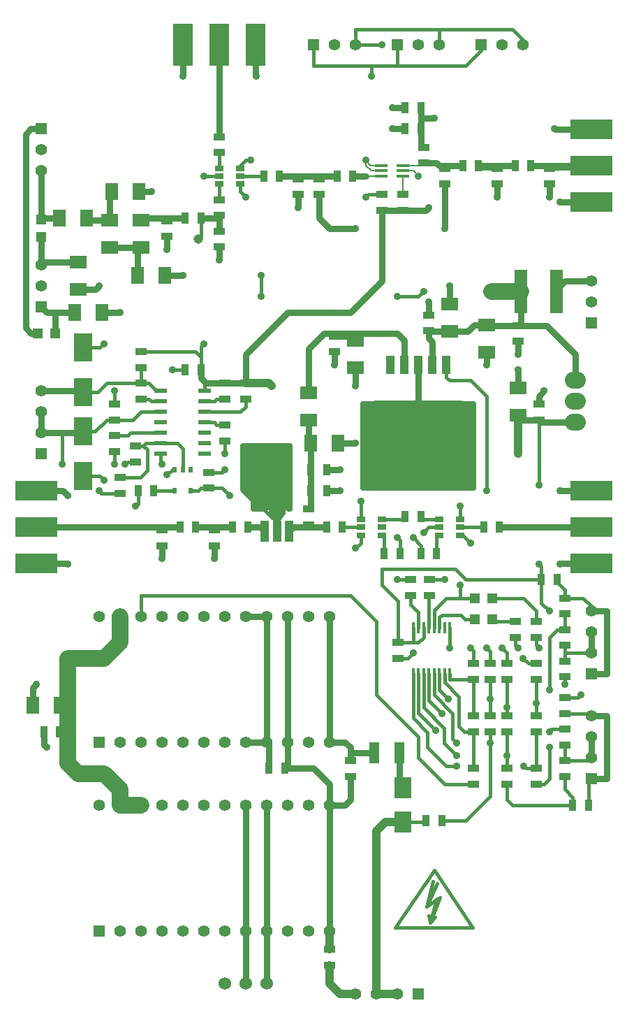
<source format=gtl>
%FSLAX34Y34*%
G04 Gerber Fmt 3.4, Leading zero omitted, Abs format*
G04 (created by PCBNEW (2014-03-19 BZR 4756)-product) date Thu May 22 10:07:56 2014*
%MOIN*%
G01*
G70*
G90*
G04 APERTURE LIST*
%ADD10C,0.005906*%
%ADD11C,0.015000*%
%ADD12R,0.035000X0.055000*%
%ADD13R,0.080000X0.060000*%
%ADD14R,0.055000X0.035000*%
%ADD15R,0.060000X0.080000*%
%ADD16R,0.047200X0.047200*%
%ADD17R,0.090600X0.137800*%
%ADD18R,0.200787X0.094488*%
%ADD19R,0.094488X0.200787*%
%ADD20R,0.055000X0.055000*%
%ADD21C,0.055000*%
%ADD22C,0.045000*%
%ADD23R,0.050000X0.100000*%
%ADD24C,0.060000*%
%ADD25R,0.042000X0.090000*%
%ADD26R,0.420000X0.350000*%
%ADD27R,0.039400X0.098500*%
%ADD28R,0.078700X0.157500*%
%ADD29R,0.039400X0.027600*%
%ADD30R,0.059100X0.015700*%
%ADD31R,0.015748X0.055118*%
%ADD32R,0.020000X0.030000*%
%ADD33R,0.059055X0.023622*%
%ADD34R,0.059100X0.208700*%
%ADD35R,0.079900X0.104400*%
%ADD36O,0.100000X0.080000*%
%ADD37C,0.035000*%
%ADD38C,0.031496*%
%ADD39C,0.015748*%
%ADD40C,0.078740*%
%ADD41C,0.007874*%
%ADD42C,0.039370*%
%ADD43C,0.019685*%
G04 APERTURE END LIST*
G54D10*
G54D11*
X32804Y-55866D02*
X33276Y-54646D01*
X33276Y-54646D02*
X33040Y-54803D01*
X32646Y-55079D02*
X33158Y-53976D01*
X32804Y-55866D02*
X33040Y-55591D01*
X32961Y-53898D02*
X32646Y-55079D01*
X32646Y-55079D02*
X33118Y-54764D01*
X33118Y-54764D02*
X32804Y-55866D01*
X32804Y-55866D02*
X32764Y-55512D01*
X33000Y-53350D02*
X34850Y-56100D01*
X34850Y-56100D02*
X31150Y-56100D01*
X31150Y-56100D02*
X33000Y-53350D01*
G54D12*
X23375Y-37000D03*
X24125Y-37000D03*
G54D13*
X35500Y-27350D03*
X35500Y-28650D03*
G54D14*
X32750Y-27625D03*
X32750Y-26875D03*
G54D13*
X33750Y-27650D03*
X33750Y-26350D03*
G54D14*
X37000Y-27375D03*
X37000Y-28125D03*
G54D12*
X27875Y-37000D03*
X28625Y-37000D03*
G54D13*
X29250Y-28100D03*
X29250Y-29400D03*
G54D15*
X27100Y-33000D03*
X28400Y-33000D03*
G54D14*
X22750Y-19125D03*
X22750Y-18375D03*
X22750Y-22125D03*
X22750Y-21375D03*
X28250Y-27875D03*
X28250Y-28625D03*
G54D12*
X27125Y-34250D03*
X27875Y-34250D03*
X27125Y-35250D03*
X27875Y-35250D03*
X15125Y-46750D03*
X14375Y-46750D03*
X31625Y-36500D03*
X32375Y-36500D03*
G54D15*
X15150Y-45500D03*
X13850Y-45500D03*
G54D12*
X24875Y-20250D03*
X25625Y-20250D03*
G54D14*
X26500Y-21125D03*
X26500Y-20375D03*
X29000Y-48125D03*
X29000Y-48875D03*
X28000Y-57125D03*
X28000Y-57875D03*
G54D12*
X35375Y-37000D03*
X36125Y-37000D03*
G54D14*
X30500Y-21875D03*
X30500Y-21125D03*
G54D12*
X31625Y-17000D03*
X32375Y-17000D03*
X31625Y-18000D03*
X32375Y-18000D03*
X34375Y-19750D03*
X35125Y-19750D03*
G54D14*
X31275Y-42500D03*
X31275Y-43250D03*
X31875Y-40250D03*
X31875Y-39500D03*
X17750Y-32625D03*
X17750Y-33375D03*
X19000Y-30125D03*
X19000Y-30875D03*
X22250Y-34375D03*
X22250Y-35125D03*
G54D12*
X21125Y-29500D03*
X21875Y-29500D03*
G54D14*
X24000Y-30875D03*
X24000Y-30125D03*
G54D16*
X14087Y-27750D03*
X14913Y-27750D03*
X14250Y-22337D03*
X14250Y-23163D03*
X35788Y-41375D03*
X34962Y-41375D03*
X35788Y-40375D03*
X34962Y-40375D03*
G54D17*
X16250Y-28437D03*
X16250Y-30563D03*
X16250Y-34563D03*
X16250Y-32437D03*
G54D18*
X14000Y-37000D03*
X14000Y-35267D03*
X14000Y-38732D03*
G54D19*
X22750Y-14000D03*
X24482Y-14000D03*
X21017Y-14000D03*
G54D18*
X40500Y-37000D03*
X40500Y-35267D03*
X40500Y-38732D03*
X40500Y-19750D03*
X40500Y-18017D03*
X40500Y-21482D03*
G54D20*
X14250Y-18000D03*
G54D21*
X14250Y-19000D03*
X14250Y-20000D03*
G54D20*
X40500Y-27250D03*
G54D21*
X40500Y-26250D03*
X40500Y-25250D03*
G54D20*
X14250Y-26500D03*
G54D21*
X14250Y-25500D03*
X14250Y-24500D03*
G54D14*
X27000Y-36125D03*
X27000Y-36875D03*
G54D12*
X29125Y-20250D03*
X28375Y-20250D03*
G54D14*
X32500Y-18875D03*
X32500Y-19625D03*
G54D22*
X21750Y-23250D03*
G54D20*
X40500Y-44000D03*
G54D21*
X40500Y-43000D03*
X40500Y-42000D03*
X40500Y-41000D03*
G54D20*
X40500Y-49000D03*
G54D21*
X40500Y-48000D03*
X40500Y-47000D03*
X40500Y-46000D03*
G54D20*
X14250Y-33500D03*
G54D21*
X14250Y-32500D03*
X14250Y-31500D03*
X14250Y-30500D03*
G54D14*
X20000Y-37875D03*
X20000Y-37125D03*
G54D12*
X20875Y-37000D03*
X21625Y-37000D03*
G54D14*
X22500Y-37875D03*
X22500Y-37125D03*
G54D15*
X15100Y-22250D03*
X16400Y-22250D03*
X17600Y-21000D03*
X18900Y-21000D03*
X15850Y-26750D03*
X17150Y-26750D03*
G54D13*
X17500Y-23650D03*
X17500Y-22350D03*
X16000Y-24350D03*
X16000Y-25650D03*
G54D14*
X20250Y-23125D03*
X20250Y-22375D03*
G54D13*
X27000Y-30600D03*
X27000Y-31900D03*
G54D12*
X21125Y-22250D03*
X21875Y-22250D03*
G54D14*
X22750Y-23625D03*
X22750Y-22875D03*
G54D12*
X31375Y-38250D03*
X30625Y-38250D03*
X32375Y-38250D03*
X33125Y-38250D03*
G54D14*
X27500Y-20375D03*
X27500Y-21125D03*
G54D12*
X25125Y-48500D03*
X25875Y-48500D03*
G54D23*
X30150Y-47750D03*
X31350Y-47750D03*
G54D14*
X31500Y-21875D03*
X31500Y-21125D03*
X33500Y-19875D03*
X33500Y-20625D03*
X36000Y-20625D03*
X36000Y-19875D03*
G54D12*
X38875Y-39500D03*
X38125Y-39500D03*
G54D14*
X39250Y-44125D03*
X39250Y-43375D03*
X39250Y-45875D03*
X39250Y-45125D03*
X39250Y-46625D03*
X39250Y-47375D03*
G54D12*
X37625Y-19750D03*
X36875Y-19750D03*
G54D14*
X39250Y-40375D03*
X39250Y-41125D03*
X39250Y-42625D03*
X39250Y-41875D03*
G54D12*
X40375Y-50250D03*
X39625Y-50250D03*
G54D14*
X39250Y-48125D03*
X39250Y-48875D03*
X38500Y-20625D03*
X38500Y-19875D03*
X37875Y-48500D03*
X37875Y-49250D03*
X37875Y-46000D03*
X37875Y-46750D03*
X37875Y-43500D03*
X37875Y-44250D03*
X36475Y-48500D03*
X36475Y-49250D03*
X36475Y-46000D03*
X36475Y-46750D03*
X36475Y-43500D03*
X36475Y-44250D03*
G54D12*
X33375Y-51000D03*
X32625Y-51000D03*
G54D14*
X35675Y-46000D03*
X35675Y-46750D03*
X35675Y-43500D03*
X35675Y-44250D03*
X34875Y-48500D03*
X34875Y-49250D03*
X34875Y-46000D03*
X34875Y-46750D03*
X34875Y-43500D03*
X34875Y-44250D03*
X32775Y-40250D03*
X32775Y-39500D03*
X36875Y-42250D03*
X36875Y-41500D03*
X37875Y-42250D03*
X37875Y-41500D03*
X19000Y-29375D03*
X19000Y-28625D03*
X17750Y-31125D03*
X17750Y-31875D03*
G54D12*
X19625Y-35250D03*
X18875Y-35250D03*
G54D14*
X18750Y-33125D03*
X18750Y-33875D03*
X23000Y-30875D03*
X23000Y-30125D03*
X23000Y-32875D03*
X23000Y-32125D03*
G54D24*
X24000Y-58750D03*
X25000Y-58750D03*
X23000Y-58750D03*
G54D25*
X33590Y-29250D03*
G54D26*
X32250Y-32700D03*
G54D25*
X32250Y-29250D03*
X32920Y-29250D03*
X31580Y-29250D03*
X30910Y-29250D03*
G54D27*
X24909Y-37176D03*
X25500Y-37176D03*
X26091Y-37176D03*
G54D28*
X25500Y-35620D03*
G54D10*
G36*
X25894Y-36397D02*
X25697Y-36692D01*
X25303Y-36692D01*
X25106Y-36397D01*
X25894Y-36397D01*
X25894Y-36397D01*
G37*
G54D29*
X29500Y-37375D03*
X29500Y-37000D03*
X29500Y-36625D03*
X30500Y-36625D03*
X30500Y-37000D03*
X30500Y-37375D03*
X23750Y-19875D03*
X23750Y-20250D03*
X23750Y-20625D03*
X22750Y-20625D03*
X22750Y-20250D03*
X22750Y-19875D03*
X34250Y-36625D03*
X34250Y-37000D03*
X34250Y-37375D03*
X33250Y-37375D03*
X33250Y-37000D03*
X33250Y-36625D03*
G54D20*
X17000Y-47250D03*
G54D21*
X18000Y-47250D03*
X19000Y-47250D03*
X20000Y-47250D03*
X21000Y-47250D03*
X22000Y-47250D03*
X23000Y-47250D03*
X24000Y-47250D03*
X25000Y-47250D03*
X26000Y-47250D03*
X27000Y-47250D03*
X28000Y-47250D03*
X28000Y-41250D03*
X27000Y-41250D03*
X26000Y-41250D03*
X25000Y-41250D03*
X24000Y-41250D03*
X23000Y-41250D03*
X22000Y-41250D03*
X21000Y-41250D03*
X20000Y-41250D03*
X19000Y-41250D03*
X18000Y-41250D03*
X17000Y-41250D03*
G54D20*
X17000Y-56250D03*
G54D21*
X18000Y-56250D03*
X19000Y-56250D03*
X20000Y-56250D03*
X21000Y-56250D03*
X22000Y-56250D03*
X23000Y-56250D03*
X24000Y-56250D03*
X25000Y-56250D03*
X26000Y-56250D03*
X27000Y-56250D03*
X28000Y-56250D03*
X28000Y-50250D03*
X27000Y-50250D03*
X26000Y-50250D03*
X25000Y-50250D03*
X24000Y-50250D03*
X23000Y-50250D03*
X22000Y-50250D03*
X21000Y-50250D03*
X20000Y-50250D03*
X19000Y-50250D03*
X18000Y-50250D03*
X17000Y-50250D03*
G54D30*
X30476Y-19744D03*
X30476Y-20000D03*
X30476Y-20256D03*
X31524Y-20256D03*
X31524Y-20000D03*
X31524Y-19744D03*
G54D31*
X32750Y-43977D03*
X33000Y-43977D03*
X33250Y-43977D03*
X33500Y-43977D03*
X32000Y-41772D03*
X32000Y-43977D03*
X32250Y-43977D03*
X32500Y-43977D03*
X33750Y-41772D03*
X33500Y-41772D03*
X33250Y-41772D03*
X33000Y-41772D03*
X32750Y-41772D03*
X32500Y-41772D03*
X33750Y-43977D03*
X32250Y-41772D03*
G54D32*
X21375Y-34250D03*
X20625Y-34250D03*
X21375Y-35250D03*
X21000Y-34250D03*
X20625Y-35250D03*
G54D33*
X19937Y-30500D03*
X19937Y-31000D03*
X19937Y-31500D03*
X19937Y-32000D03*
X19937Y-32500D03*
X19937Y-33000D03*
X19937Y-33500D03*
X22062Y-33500D03*
X22062Y-33000D03*
X22062Y-32500D03*
X22062Y-32000D03*
X22062Y-31500D03*
X22062Y-31000D03*
X22062Y-30500D03*
G54D15*
X20150Y-25000D03*
X18850Y-25000D03*
G54D13*
X19000Y-22350D03*
X19000Y-23650D03*
G54D34*
X38850Y-25750D03*
X37150Y-25750D03*
G54D35*
X31500Y-49429D03*
X31500Y-51071D03*
G54D20*
X32250Y-59250D03*
G54D21*
X31250Y-59250D03*
X30250Y-59250D03*
X29250Y-59250D03*
G54D20*
X27250Y-14000D03*
G54D21*
X28250Y-14000D03*
X29250Y-14000D03*
G54D20*
X31250Y-14000D03*
G54D21*
X32250Y-14000D03*
X33250Y-14000D03*
G54D20*
X35250Y-14000D03*
G54D21*
X36250Y-14000D03*
X37250Y-14000D03*
G54D14*
X18000Y-35375D03*
X18000Y-34625D03*
G54D13*
X37000Y-31650D03*
X37000Y-30350D03*
G54D14*
X38000Y-31875D03*
X38000Y-31125D03*
G54D36*
X39750Y-31000D03*
X39750Y-32000D03*
X39750Y-30000D03*
G54D37*
X35750Y-25750D03*
X28500Y-35250D03*
X28500Y-34250D03*
X22500Y-38500D03*
X38500Y-21250D03*
X36000Y-21250D03*
X31250Y-31750D03*
X31250Y-31250D03*
X30750Y-31250D03*
X30750Y-31750D03*
X30750Y-32250D03*
X31250Y-32250D03*
X31250Y-32750D03*
X30750Y-32750D03*
X33750Y-32750D03*
X33250Y-32750D03*
X33250Y-32250D03*
X33750Y-32250D03*
X33750Y-31750D03*
X33250Y-31750D03*
X33250Y-31250D03*
X33750Y-31250D03*
X34250Y-31250D03*
X34750Y-31250D03*
X34750Y-31750D03*
X34750Y-32250D03*
X34750Y-32750D03*
X34750Y-33250D03*
X34750Y-33750D03*
X29750Y-33750D03*
X29750Y-33250D03*
X29750Y-32750D03*
X29750Y-32250D03*
X29750Y-31750D03*
X29750Y-31250D03*
X34250Y-31750D03*
X34250Y-32250D03*
X34250Y-32750D03*
X34250Y-33250D03*
X34250Y-33750D03*
X30250Y-33750D03*
X30250Y-33250D03*
X30250Y-32750D03*
X30250Y-32250D03*
X30250Y-31750D03*
X30250Y-31250D03*
X23000Y-34250D03*
X25500Y-34750D03*
X25000Y-34750D03*
X24500Y-34750D03*
X24000Y-34750D03*
X24000Y-35250D03*
X24500Y-35250D03*
X25000Y-35250D03*
X25500Y-35250D03*
X26000Y-35250D03*
X26000Y-35750D03*
X25000Y-35750D03*
X24500Y-35750D03*
X24000Y-33250D03*
X24500Y-33250D03*
X25000Y-33250D03*
X25500Y-33250D03*
X26000Y-33250D03*
X26000Y-33750D03*
X25500Y-33750D03*
X25000Y-33750D03*
X24500Y-33750D03*
X24000Y-33750D03*
X24000Y-34250D03*
X24500Y-34250D03*
X25000Y-34250D03*
X25500Y-34250D03*
X26000Y-34250D03*
X26000Y-34750D03*
X25500Y-36545D03*
X25500Y-36000D03*
X35500Y-29250D03*
X37000Y-28750D03*
X37000Y-29500D03*
X38250Y-30500D03*
X22000Y-20250D03*
X15500Y-38750D03*
X15500Y-35500D03*
X21000Y-25000D03*
X21000Y-15500D03*
X24500Y-15500D03*
X39000Y-21500D03*
X38750Y-18000D03*
X31250Y-39500D03*
X33500Y-39500D03*
X32000Y-43000D03*
X33750Y-42750D03*
X37250Y-43250D03*
X38000Y-42750D03*
X37000Y-42750D03*
X36250Y-42750D03*
X35500Y-42750D03*
X34750Y-42750D03*
X29750Y-19500D03*
X32250Y-20250D03*
X17250Y-34750D03*
X17250Y-28250D03*
X17750Y-30500D03*
X17750Y-34000D03*
X20250Y-34500D03*
X20000Y-34000D03*
X20500Y-29500D03*
X23000Y-33500D03*
X18000Y-26750D03*
X19500Y-21000D03*
X20250Y-23750D03*
X22750Y-24250D03*
X17000Y-25500D03*
X26500Y-21750D03*
X29750Y-21250D03*
X31000Y-17000D03*
X31000Y-18000D03*
X14500Y-47500D03*
X14000Y-44500D03*
X33750Y-25500D03*
X32750Y-26250D03*
X29250Y-30250D03*
X28250Y-29250D03*
X32000Y-37500D03*
X31250Y-37500D03*
X32500Y-37250D03*
X20000Y-38500D03*
X29250Y-33000D03*
X38500Y-46750D03*
X39250Y-44500D03*
X39000Y-35250D03*
X39000Y-38750D03*
X38500Y-41000D03*
X40000Y-45000D03*
X32750Y-21750D03*
X33000Y-17500D03*
X23250Y-35500D03*
X22000Y-28250D03*
X38000Y-38750D03*
X38000Y-35000D03*
X37000Y-33500D03*
X25250Y-30250D03*
X35500Y-35250D03*
X34250Y-39750D03*
X15250Y-34000D03*
X17000Y-35250D03*
X29250Y-22750D03*
X33500Y-22750D03*
X38500Y-47500D03*
X38500Y-44750D03*
X37275Y-48375D03*
X34075Y-48375D03*
X37875Y-45375D03*
X33075Y-46675D03*
X36475Y-47875D03*
X34075Y-47875D03*
X36475Y-45575D03*
X33375Y-45875D03*
X35675Y-47275D03*
X34075Y-47275D03*
X35675Y-45175D03*
X33675Y-45175D03*
X34750Y-37750D03*
X30500Y-14000D03*
X18750Y-36000D03*
X31250Y-26000D03*
X32500Y-25750D03*
X24750Y-26000D03*
X24750Y-25000D03*
X24250Y-19500D03*
X29250Y-38000D03*
X30000Y-15500D03*
X34250Y-36000D03*
X18250Y-34000D03*
X24000Y-21250D03*
X29500Y-35750D03*
G54D38*
X21625Y-37000D02*
X23375Y-37000D01*
G54D39*
X23375Y-37000D02*
X22625Y-37000D01*
X22625Y-37000D02*
X22500Y-37125D01*
X21625Y-37000D02*
X22375Y-37000D01*
X22375Y-37000D02*
X22500Y-37125D01*
G54D38*
X24125Y-37000D02*
X24733Y-37000D01*
X24733Y-37000D02*
X24909Y-37176D01*
G54D40*
X35750Y-25750D02*
X37150Y-25750D01*
G54D41*
X15150Y-45500D02*
X15500Y-45500D01*
X15500Y-45500D02*
X15500Y-43250D01*
X15500Y-43250D02*
X17250Y-43250D01*
X17250Y-43250D02*
X18000Y-42500D01*
X18000Y-42500D02*
X18000Y-41250D01*
X18000Y-41250D02*
X18250Y-41250D01*
X18250Y-41250D02*
X18000Y-41250D01*
G54D38*
X39750Y-30000D02*
X39750Y-28750D01*
X38375Y-27375D02*
X37000Y-27375D01*
X39750Y-28750D02*
X38375Y-27375D01*
G54D39*
X15125Y-46750D02*
X15500Y-46750D01*
X15150Y-45500D02*
X15250Y-45500D01*
X15250Y-45500D02*
X15500Y-45750D01*
X15750Y-45500D02*
X15500Y-45500D01*
X15500Y-45750D02*
X15750Y-45500D01*
G54D40*
X18000Y-50250D02*
X18000Y-49500D01*
X18000Y-42500D02*
X17250Y-43250D01*
X15500Y-45500D02*
X15500Y-43250D01*
X18000Y-42500D02*
X18000Y-41250D01*
X17250Y-43250D02*
X15500Y-43250D01*
X15500Y-48250D02*
X15500Y-46750D01*
X15500Y-46750D02*
X15500Y-45500D01*
X16000Y-48750D02*
X15500Y-48250D01*
X17250Y-48750D02*
X16000Y-48750D01*
X18000Y-49500D02*
X17250Y-48750D01*
X18000Y-50250D02*
X19000Y-50250D01*
G54D38*
X33750Y-27650D02*
X32775Y-27650D01*
X32775Y-27650D02*
X32750Y-27625D01*
X32750Y-27625D02*
X32750Y-28000D01*
X32920Y-28170D02*
X32920Y-29250D01*
X32750Y-28000D02*
X32920Y-28170D01*
X34600Y-27650D02*
X34900Y-27350D01*
X34900Y-27350D02*
X35500Y-27350D01*
X33750Y-27650D02*
X34600Y-27650D01*
X37150Y-27225D02*
X37000Y-27375D01*
X37150Y-25750D02*
X37150Y-27225D01*
X35525Y-27375D02*
X35500Y-27350D01*
X37000Y-27375D02*
X35525Y-27375D01*
G54D39*
X33500Y-49250D02*
X32250Y-48000D01*
X34875Y-49250D02*
X33500Y-49250D01*
X19000Y-40250D02*
X19000Y-41250D01*
X29000Y-40250D02*
X19000Y-40250D01*
X30250Y-41500D02*
X29000Y-40250D01*
X30250Y-45000D02*
X30250Y-41500D01*
X32250Y-47000D02*
X30250Y-45000D01*
X32250Y-48000D02*
X32250Y-47000D01*
G54D38*
X27875Y-35250D02*
X28500Y-35250D01*
X27875Y-34250D02*
X28500Y-34250D01*
X22500Y-37875D02*
X22500Y-38500D01*
X38500Y-20625D02*
X38500Y-21250D01*
X36000Y-20625D02*
X36000Y-21250D01*
G54D41*
X30750Y-31250D02*
X31250Y-31250D01*
X31250Y-31750D02*
X30750Y-31750D01*
X30750Y-32250D02*
X31250Y-32250D01*
X31250Y-32750D02*
X30750Y-32750D01*
X33750Y-32750D02*
X33250Y-32750D01*
X33250Y-32250D02*
X33750Y-32250D01*
X33750Y-31750D02*
X33250Y-31750D01*
X33250Y-31250D02*
X33750Y-31250D01*
X34250Y-31250D02*
X34250Y-31750D01*
X34750Y-31750D02*
X34750Y-31250D01*
X34750Y-32750D02*
X34750Y-32250D01*
X34750Y-33750D02*
X34750Y-33250D01*
X29750Y-33250D02*
X29750Y-33750D01*
X29750Y-32250D02*
X29750Y-32750D01*
X29750Y-31250D02*
X29750Y-31750D01*
X34250Y-32250D02*
X34250Y-32750D01*
X34250Y-33250D02*
X34250Y-33750D01*
X30250Y-33750D02*
X30250Y-33250D01*
X30250Y-32750D02*
X30250Y-32250D01*
X30250Y-31750D02*
X30250Y-31250D01*
G54D39*
X25500Y-37176D02*
X25500Y-34750D01*
X25500Y-37176D02*
X25500Y-35620D01*
X22875Y-34375D02*
X23000Y-34250D01*
X22250Y-34375D02*
X22875Y-34375D01*
X24500Y-35750D02*
X25295Y-36545D01*
X25000Y-34750D02*
X24500Y-34750D01*
X24000Y-34750D02*
X24000Y-35250D01*
X24500Y-35250D02*
X25000Y-35250D01*
X25500Y-35250D02*
X26000Y-35250D01*
X26000Y-35750D02*
X25000Y-35750D01*
X26000Y-34750D02*
X25500Y-34750D01*
X24500Y-33250D02*
X25000Y-33250D01*
X25500Y-33250D02*
X26000Y-33250D01*
X26000Y-33750D02*
X25500Y-33750D01*
X25000Y-33750D02*
X24500Y-33750D01*
X24000Y-33750D02*
X24000Y-34250D01*
X24500Y-34250D02*
X25000Y-34250D01*
X25500Y-34250D02*
X26000Y-34250D01*
X25295Y-36545D02*
X25500Y-36545D01*
X25500Y-36000D02*
X25500Y-35620D01*
G54D38*
X35500Y-28650D02*
X35500Y-29250D01*
X37000Y-28125D02*
X37000Y-28750D01*
X37000Y-30350D02*
X37000Y-29500D01*
X38000Y-31125D02*
X38000Y-30750D01*
X38000Y-30750D02*
X38250Y-30500D01*
G54D39*
X22750Y-20250D02*
X22000Y-20250D01*
G54D38*
X14000Y-38732D02*
X15482Y-38732D01*
X15482Y-38732D02*
X15500Y-38750D01*
X14000Y-35267D02*
X15267Y-35267D01*
X15267Y-35267D02*
X15500Y-35500D01*
X20150Y-25000D02*
X21000Y-25000D01*
X21017Y-14000D02*
X21017Y-15482D01*
X21017Y-15482D02*
X21000Y-15500D01*
X24482Y-14000D02*
X24482Y-15482D01*
X24482Y-15482D02*
X24500Y-15500D01*
X40500Y-21482D02*
X39017Y-21482D01*
X39017Y-21482D02*
X39000Y-21500D01*
X40500Y-18017D02*
X38767Y-18017D01*
X38767Y-18017D02*
X38750Y-18000D01*
G54D39*
X31875Y-39500D02*
X31250Y-39500D01*
X32775Y-39500D02*
X33500Y-39500D01*
X31275Y-43250D02*
X31750Y-43250D01*
X31750Y-43250D02*
X32000Y-43000D01*
X33750Y-41772D02*
X33750Y-42750D01*
X37875Y-43500D02*
X37500Y-43500D01*
X37500Y-43500D02*
X37250Y-43250D01*
X37875Y-42250D02*
X37875Y-42625D01*
X37875Y-42625D02*
X38000Y-42750D01*
X36875Y-42250D02*
X36875Y-42625D01*
X36875Y-42625D02*
X37000Y-42750D01*
X36475Y-43500D02*
X36475Y-42975D01*
X36475Y-42975D02*
X36250Y-42750D01*
X35675Y-43500D02*
X35675Y-42925D01*
X35675Y-42925D02*
X35500Y-42750D01*
X34875Y-43500D02*
X34875Y-42875D01*
X34875Y-42875D02*
X34750Y-42750D01*
G54D41*
X30476Y-19744D02*
X29994Y-19744D01*
X30000Y-20000D02*
X29750Y-19750D01*
X29750Y-19750D02*
X29750Y-19500D01*
X30000Y-20000D02*
X30476Y-20000D01*
X29994Y-19744D02*
X29750Y-19500D01*
X31524Y-20000D02*
X32000Y-20000D01*
X32000Y-20000D02*
X32250Y-20250D01*
G54D39*
X16250Y-34563D02*
X17063Y-34563D01*
X17063Y-34563D02*
X17250Y-34750D01*
X16250Y-28437D02*
X17063Y-28437D01*
X17063Y-28437D02*
X17250Y-28250D01*
X17750Y-31125D02*
X17750Y-30500D01*
X17750Y-33375D02*
X17750Y-34000D01*
X20625Y-34250D02*
X20500Y-34250D01*
X20500Y-34250D02*
X20250Y-34500D01*
X19937Y-33500D02*
X19937Y-33937D01*
X19937Y-33937D02*
X20000Y-34000D01*
X21125Y-29500D02*
X20500Y-29500D01*
X23000Y-32875D02*
X23000Y-33500D01*
G54D38*
X32250Y-29250D02*
X32250Y-32700D01*
X17150Y-26750D02*
X18000Y-26750D01*
X18900Y-21000D02*
X19500Y-21000D01*
X20250Y-23125D02*
X20250Y-23750D01*
X22750Y-23625D02*
X22750Y-24250D01*
X16000Y-25650D02*
X16850Y-25650D01*
X16850Y-25650D02*
X17000Y-25500D01*
X26500Y-21125D02*
X26500Y-21750D01*
G54D39*
X30500Y-21125D02*
X29875Y-21125D01*
X29875Y-21125D02*
X29750Y-21250D01*
G54D38*
X31625Y-17000D02*
X31000Y-17000D01*
X31625Y-18000D02*
X31000Y-18000D01*
X14375Y-46750D02*
X14375Y-47375D01*
X14375Y-47375D02*
X14500Y-47500D01*
X13850Y-45500D02*
X13850Y-44650D01*
X13850Y-44650D02*
X14000Y-44500D01*
X33750Y-26350D02*
X33750Y-25500D01*
X32750Y-26875D02*
X32750Y-26250D01*
X29250Y-29400D02*
X29250Y-30250D01*
X28250Y-28625D02*
X28250Y-29250D01*
G54D39*
X32375Y-38250D02*
X32375Y-37875D01*
X32375Y-37875D02*
X32000Y-37500D01*
X31375Y-38250D02*
X31375Y-37625D01*
X31375Y-37625D02*
X31250Y-37500D01*
X33250Y-37000D02*
X32750Y-37000D01*
X32750Y-37000D02*
X32500Y-37250D01*
G54D38*
X20000Y-37875D02*
X20000Y-38500D01*
X28400Y-33000D02*
X29250Y-33000D01*
G54D39*
X38625Y-46625D02*
X38500Y-46750D01*
X39250Y-46625D02*
X38625Y-46625D01*
X39250Y-44125D02*
X39250Y-44500D01*
G54D38*
X40500Y-35267D02*
X39017Y-35267D01*
X39017Y-35267D02*
X39000Y-35250D01*
X40500Y-38732D02*
X39017Y-38732D01*
X39017Y-38732D02*
X39000Y-38750D01*
G54D42*
X28500Y-59250D02*
X28000Y-58750D01*
X28000Y-58750D02*
X28000Y-57875D01*
X29250Y-59250D02*
X28500Y-59250D01*
G54D38*
X27875Y-37000D02*
X27125Y-37000D01*
X27125Y-37000D02*
X27000Y-36875D01*
X27875Y-37000D02*
X26267Y-37000D01*
X26267Y-37000D02*
X26091Y-37176D01*
G54D39*
X28625Y-37000D02*
X29500Y-37000D01*
G54D38*
X27750Y-27750D02*
X27000Y-28500D01*
X31250Y-27750D02*
X29250Y-27750D01*
X29250Y-27750D02*
X27750Y-27750D01*
X28250Y-27875D02*
X29025Y-27875D01*
X29025Y-27875D02*
X29250Y-28100D01*
X29250Y-28100D02*
X29250Y-27750D01*
G54D39*
X28250Y-27875D02*
X28250Y-27750D01*
G54D38*
X31580Y-29250D02*
X31580Y-28080D01*
X27000Y-28500D02*
X27000Y-30600D01*
X31580Y-28080D02*
X31250Y-27750D01*
X27100Y-33000D02*
X27100Y-36025D01*
X27100Y-36025D02*
X27000Y-36125D01*
G54D41*
X27125Y-35250D02*
X27125Y-34250D01*
X27125Y-35250D02*
X27125Y-36000D01*
X27125Y-36000D02*
X27000Y-36125D01*
G54D38*
X27000Y-31900D02*
X27000Y-32900D01*
X27000Y-32900D02*
X27100Y-33000D01*
X27000Y-33100D02*
X27100Y-33000D01*
G54D39*
X22750Y-19125D02*
X22750Y-19875D01*
G54D38*
X22750Y-14000D02*
X22750Y-18375D01*
G54D39*
X21875Y-22250D02*
X21875Y-23125D01*
X21875Y-23125D02*
X21750Y-23250D01*
G54D38*
X22750Y-22125D02*
X22750Y-22875D01*
X21875Y-22250D02*
X22625Y-22250D01*
X22625Y-22250D02*
X22750Y-22125D01*
G54D39*
X22750Y-20625D02*
X22750Y-21375D01*
X30500Y-36625D02*
X31500Y-36625D01*
X31500Y-36625D02*
X31625Y-36500D01*
X33250Y-36625D02*
X32500Y-36625D01*
X32500Y-36625D02*
X32375Y-36500D01*
X23750Y-20250D02*
X24875Y-20250D01*
G54D38*
X25625Y-20250D02*
X28375Y-20250D01*
G54D41*
X27500Y-20375D02*
X28250Y-20375D01*
X28250Y-20375D02*
X28375Y-20250D01*
X26500Y-20375D02*
X27500Y-20375D01*
X25625Y-20250D02*
X26375Y-20250D01*
X26375Y-20250D02*
X26500Y-20375D01*
G54D38*
X30150Y-47750D02*
X29000Y-47750D01*
X28000Y-47250D02*
X28750Y-47250D01*
X29000Y-47500D02*
X29000Y-47750D01*
X29000Y-47750D02*
X29000Y-48125D01*
X28750Y-47250D02*
X29000Y-47500D01*
X28000Y-47250D02*
X28000Y-41250D01*
X29000Y-48875D02*
X29000Y-50000D01*
X28750Y-50250D02*
X28000Y-50250D01*
X29000Y-50000D02*
X28750Y-50250D01*
X28000Y-50250D02*
X28000Y-49250D01*
X27250Y-48500D02*
X25875Y-48500D01*
X28000Y-49250D02*
X27250Y-48500D01*
X28000Y-50250D02*
X28000Y-56250D01*
X26000Y-41250D02*
X26000Y-47250D01*
X26000Y-47250D02*
X26000Y-48375D01*
X26000Y-48375D02*
X25875Y-48500D01*
G54D42*
X28000Y-56250D02*
X28000Y-57125D01*
G54D39*
X35375Y-37000D02*
X34250Y-37000D01*
G54D38*
X36125Y-37000D02*
X40500Y-37000D01*
X37000Y-31650D02*
X37000Y-31750D01*
X37000Y-31750D02*
X37125Y-31875D01*
X37125Y-31875D02*
X38000Y-31875D01*
X39750Y-32000D02*
X38125Y-32000D01*
X38125Y-32000D02*
X38000Y-31875D01*
G54D39*
X21875Y-28875D02*
X21875Y-29500D01*
X19000Y-28625D02*
X21625Y-28625D01*
X21625Y-28625D02*
X21875Y-28875D01*
X22250Y-35125D02*
X21875Y-35125D01*
X21750Y-35250D02*
X21375Y-35250D01*
X21875Y-35125D02*
X21750Y-35250D01*
X22062Y-30500D02*
X22062Y-30187D01*
X22062Y-30187D02*
X22125Y-30125D01*
G54D38*
X23000Y-30125D02*
X22125Y-30125D01*
X21875Y-29875D02*
X21875Y-29500D01*
X22125Y-30125D02*
X21875Y-29875D01*
X24000Y-30125D02*
X23000Y-30125D01*
X31500Y-21875D02*
X30500Y-21875D01*
X32375Y-17500D02*
X32375Y-18000D01*
X32375Y-17000D02*
X32375Y-17500D01*
X32375Y-18000D02*
X32375Y-18750D01*
X32375Y-18750D02*
X32500Y-18875D01*
G54D39*
X32000Y-41772D02*
X32000Y-42500D01*
X31975Y-42475D02*
X31975Y-42500D01*
X32000Y-42500D02*
X31975Y-42475D01*
X31275Y-42500D02*
X31975Y-42500D01*
X31975Y-42500D02*
X32250Y-42500D01*
X32500Y-42250D02*
X32500Y-41772D01*
X32250Y-42500D02*
X32500Y-42250D01*
X38125Y-40625D02*
X38125Y-39500D01*
X38500Y-41000D02*
X38125Y-40625D01*
X39875Y-45125D02*
X40000Y-45000D01*
X39250Y-45125D02*
X39875Y-45125D01*
X31275Y-40525D02*
X30500Y-39750D01*
X30500Y-39750D02*
X30500Y-39000D01*
X34500Y-39500D02*
X38125Y-39500D01*
X34000Y-39000D02*
X30500Y-39000D01*
X34500Y-39500D02*
X34000Y-39000D01*
X31275Y-42500D02*
X31275Y-40525D01*
G54D38*
X24000Y-28750D02*
X24000Y-30125D01*
X26000Y-26750D02*
X24000Y-28750D01*
X29000Y-26750D02*
X26000Y-26750D01*
X30500Y-25250D02*
X29000Y-26750D01*
X30500Y-21875D02*
X30500Y-25250D01*
X32500Y-17500D02*
X32375Y-17500D01*
X32375Y-17500D02*
X32500Y-17500D01*
X32625Y-21875D02*
X32750Y-21750D01*
X33000Y-17500D02*
X32375Y-17500D01*
X31500Y-21875D02*
X32625Y-21875D01*
G54D39*
X22875Y-35125D02*
X23250Y-35500D01*
X22000Y-28250D02*
X21875Y-28375D01*
X21875Y-28375D02*
X21875Y-29500D01*
X22250Y-35125D02*
X22875Y-35125D01*
X38125Y-38875D02*
X38000Y-38750D01*
X38000Y-35000D02*
X38000Y-31875D01*
X38125Y-39500D02*
X38125Y-38875D01*
G54D42*
X25250Y-30250D02*
X25125Y-30125D01*
X25125Y-30125D02*
X24000Y-30125D01*
X37000Y-31650D02*
X37000Y-33500D01*
G54D38*
X33500Y-19875D02*
X33500Y-19750D01*
X32500Y-19625D02*
X33125Y-19625D01*
X33125Y-19625D02*
X33250Y-19750D01*
X33250Y-19750D02*
X34375Y-19750D01*
G54D41*
X31524Y-19744D02*
X32381Y-19744D01*
X32381Y-19744D02*
X32500Y-19625D01*
G54D38*
X36875Y-19750D02*
X35125Y-19750D01*
G54D39*
X36000Y-19875D02*
X35250Y-19875D01*
X35250Y-19875D02*
X35125Y-19750D01*
X36875Y-19750D02*
X36125Y-19750D01*
X36125Y-19750D02*
X36000Y-19875D01*
X31875Y-40250D02*
X31875Y-40675D01*
X32250Y-41050D02*
X32250Y-41772D01*
X31875Y-40675D02*
X32250Y-41050D01*
X17750Y-32625D02*
X18375Y-32625D01*
X18500Y-32500D02*
X19937Y-32500D01*
X18375Y-32625D02*
X18500Y-32500D01*
G54D38*
X14250Y-30500D02*
X16187Y-30500D01*
X16187Y-30500D02*
X16250Y-30563D01*
G54D39*
X19000Y-30125D02*
X17375Y-30125D01*
X16937Y-30563D02*
X16250Y-30563D01*
X17375Y-30125D02*
X16937Y-30563D01*
X19000Y-30125D02*
X19000Y-29375D01*
X19937Y-30500D02*
X19750Y-30500D01*
X19750Y-30500D02*
X19375Y-30125D01*
X19375Y-30125D02*
X19000Y-30125D01*
X19000Y-30875D02*
X19375Y-30875D01*
X19500Y-31000D02*
X19937Y-31000D01*
X19375Y-30875D02*
X19500Y-31000D01*
X22062Y-31500D02*
X23750Y-31500D01*
X24000Y-31250D02*
X24000Y-30875D01*
X23750Y-31500D02*
X24000Y-31250D01*
G54D38*
X14087Y-27750D02*
X13750Y-27750D01*
X13750Y-18000D02*
X14250Y-18000D01*
X13500Y-18250D02*
X13750Y-18000D01*
X13500Y-27500D02*
X13500Y-18250D01*
X13750Y-27750D02*
X13500Y-27500D01*
X14913Y-27750D02*
X14913Y-26750D01*
X14913Y-26750D02*
X15000Y-26750D01*
X15850Y-26750D02*
X15000Y-26750D01*
X15000Y-26750D02*
X14500Y-26750D01*
X14500Y-26750D02*
X14250Y-26500D01*
X15100Y-22250D02*
X14337Y-22250D01*
X14337Y-22250D02*
X14250Y-22337D01*
X14250Y-20000D02*
X14250Y-22337D01*
X14337Y-22250D02*
X14250Y-22337D01*
X16000Y-24350D02*
X14400Y-24350D01*
X14400Y-24350D02*
X14250Y-24500D01*
X14250Y-23163D02*
X14250Y-24500D01*
G54D39*
X36875Y-41500D02*
X35913Y-41500D01*
X35913Y-41500D02*
X35788Y-41375D01*
X33250Y-41772D02*
X33250Y-41300D01*
X34475Y-41375D02*
X34962Y-41375D01*
X34275Y-41175D02*
X34475Y-41375D01*
X33375Y-41175D02*
X34275Y-41175D01*
X33250Y-41300D02*
X33375Y-41175D01*
X35788Y-40375D02*
X37275Y-40375D01*
X37875Y-40975D02*
X37875Y-41500D01*
X37275Y-40375D02*
X37875Y-40975D01*
X34962Y-40375D02*
X34250Y-40375D01*
X34250Y-40375D02*
X33575Y-40375D01*
X33000Y-40950D02*
X33000Y-41772D01*
X33575Y-40375D02*
X33000Y-40950D01*
X34250Y-40375D02*
X34250Y-40250D01*
X33590Y-29840D02*
X33750Y-30000D01*
X33750Y-30000D02*
X34750Y-30000D01*
X34750Y-30000D02*
X35500Y-30750D01*
X35500Y-30750D02*
X35500Y-35250D01*
X34250Y-39750D02*
X34250Y-40375D01*
X33590Y-29250D02*
X33590Y-29840D01*
X18000Y-35375D02*
X17125Y-35375D01*
X15250Y-34000D02*
X15250Y-32500D01*
X17125Y-35375D02*
X17000Y-35250D01*
G54D38*
X14250Y-32500D02*
X15250Y-32500D01*
X15250Y-32500D02*
X16187Y-32500D01*
X16187Y-32500D02*
X16250Y-32437D01*
X14250Y-31500D02*
X14250Y-32500D01*
G54D39*
X17750Y-31875D02*
X17375Y-31875D01*
X16813Y-32437D02*
X16250Y-32437D01*
X17375Y-31875D02*
X16813Y-32437D01*
X17750Y-31875D02*
X18625Y-31875D01*
X19000Y-31500D02*
X19937Y-31500D01*
X18625Y-31875D02*
X19000Y-31500D01*
G54D38*
X14000Y-37000D02*
X20875Y-37000D01*
G54D41*
X20000Y-37125D02*
X14125Y-37125D01*
X14125Y-37125D02*
X14000Y-37000D01*
X20875Y-37000D02*
X20125Y-37000D01*
X20125Y-37000D02*
X20000Y-37125D01*
G54D38*
X20000Y-37125D02*
X20125Y-37125D01*
X40500Y-19750D02*
X37625Y-19750D01*
G54D39*
X38500Y-19875D02*
X40375Y-19875D01*
X40375Y-19875D02*
X40500Y-19750D01*
X37625Y-19750D02*
X38375Y-19750D01*
X38375Y-19750D02*
X38500Y-19875D01*
X40375Y-19875D02*
X40500Y-19750D01*
G54D38*
X38850Y-25650D02*
X38850Y-25750D01*
X39250Y-25250D02*
X38850Y-25650D01*
X40500Y-25250D02*
X39250Y-25250D01*
X29125Y-20250D02*
X29750Y-20250D01*
X29750Y-20250D02*
X29756Y-20256D01*
G54D41*
X30476Y-20256D02*
X29756Y-20256D01*
X29756Y-20256D02*
X29750Y-20250D01*
G54D38*
X40500Y-41000D02*
X41250Y-41000D01*
X41250Y-44000D02*
X40500Y-44000D01*
X41250Y-41000D02*
X41250Y-44000D01*
G54D39*
X40625Y-40875D02*
X40500Y-41000D01*
X40125Y-40375D02*
X39250Y-40375D01*
X40500Y-40750D02*
X40125Y-40375D01*
X40500Y-41000D02*
X40500Y-40750D01*
X39250Y-40000D02*
X39250Y-40375D01*
X38875Y-39625D02*
X39250Y-40000D01*
X38875Y-39500D02*
X38875Y-39625D01*
G54D38*
X40500Y-42000D02*
X40500Y-43000D01*
G54D39*
X40250Y-43000D02*
X40500Y-43000D01*
X39250Y-43000D02*
X39250Y-43375D01*
X39250Y-42625D02*
X39250Y-43000D01*
X40500Y-43000D02*
X39250Y-43000D01*
G54D38*
X40500Y-46000D02*
X41250Y-46000D01*
X41250Y-49000D02*
X40500Y-49000D01*
X41250Y-46000D02*
X41250Y-49000D01*
G54D39*
X40375Y-45875D02*
X40500Y-46000D01*
X39250Y-45875D02*
X40375Y-45875D01*
X40375Y-49125D02*
X40500Y-49000D01*
X40375Y-50250D02*
X40375Y-49125D01*
G54D38*
X40500Y-47000D02*
X40500Y-48000D01*
G54D39*
X39250Y-47375D02*
X39250Y-48125D01*
X40375Y-48125D02*
X40500Y-48000D01*
X39250Y-48125D02*
X40375Y-48125D01*
G54D38*
X17500Y-22350D02*
X16500Y-22350D01*
X16500Y-22350D02*
X16400Y-22250D01*
X17400Y-22250D02*
X17500Y-22350D01*
X17500Y-22350D02*
X17500Y-21100D01*
X17500Y-21100D02*
X17600Y-21000D01*
X18850Y-25000D02*
X18850Y-23800D01*
X18850Y-23800D02*
X19000Y-23650D01*
X19000Y-23650D02*
X17500Y-23650D01*
G54D39*
X20250Y-22375D02*
X20250Y-22250D01*
X21125Y-22250D02*
X20375Y-22250D01*
X20375Y-22250D02*
X20250Y-22375D01*
G54D38*
X20250Y-22375D02*
X20250Y-22250D01*
X21125Y-22250D02*
X19100Y-22250D01*
X19100Y-22250D02*
X19000Y-22350D01*
G54D39*
X30500Y-37375D02*
X30625Y-37375D01*
X30625Y-37375D02*
X30625Y-38250D01*
X33125Y-38250D02*
X33125Y-37500D01*
X33125Y-37500D02*
X33250Y-37375D01*
G54D38*
X33500Y-20750D02*
X33500Y-20625D01*
X27500Y-22250D02*
X28000Y-22750D01*
X28000Y-22750D02*
X29250Y-22750D01*
X33500Y-22750D02*
X33500Y-20625D01*
X27500Y-21125D02*
X27500Y-22250D01*
X25125Y-48500D02*
X25125Y-47375D01*
X25125Y-47375D02*
X25000Y-47250D01*
X24000Y-47250D02*
X25000Y-47250D01*
X24000Y-41250D02*
X25000Y-41250D01*
X25000Y-41250D02*
X25000Y-47250D01*
G54D39*
X32554Y-51071D02*
X32625Y-51000D01*
X31500Y-51071D02*
X32554Y-51071D01*
G54D42*
X30679Y-51071D02*
X30250Y-51500D01*
X30250Y-51500D02*
X30250Y-59250D01*
X31500Y-51071D02*
X30679Y-51071D01*
X30250Y-59250D02*
X31250Y-59250D01*
G54D41*
X31524Y-20256D02*
X31524Y-21101D01*
X31524Y-21101D02*
X31500Y-21125D01*
G54D39*
X39250Y-41125D02*
X39250Y-41875D01*
X38250Y-49250D02*
X38500Y-49000D01*
X38500Y-49000D02*
X38500Y-47500D01*
X38500Y-44750D02*
X38500Y-42250D01*
X38500Y-42250D02*
X38875Y-41875D01*
X38875Y-41875D02*
X39250Y-41875D01*
X37875Y-49250D02*
X38250Y-49250D01*
X39625Y-49875D02*
X39250Y-49500D01*
X39250Y-49500D02*
X39250Y-48875D01*
X39625Y-50250D02*
X39625Y-49875D01*
X36475Y-49975D02*
X36750Y-50250D01*
X36750Y-50250D02*
X39625Y-50250D01*
X36475Y-49250D02*
X36475Y-49975D01*
X32000Y-43977D02*
X32000Y-46100D01*
X37400Y-48500D02*
X37875Y-48500D01*
X37275Y-48375D02*
X37400Y-48500D01*
X33575Y-48375D02*
X34075Y-48375D01*
X32675Y-47475D02*
X33575Y-48375D01*
X32675Y-46775D02*
X32675Y-47475D01*
X32000Y-46100D02*
X32675Y-46775D01*
X37875Y-48500D02*
X37875Y-46750D01*
X32250Y-43977D02*
X32250Y-45850D01*
X32250Y-45850D02*
X33075Y-46675D01*
X37875Y-46000D02*
X37875Y-45375D01*
X37875Y-45375D02*
X37875Y-44250D01*
X32500Y-43977D02*
X32500Y-45600D01*
X33475Y-47275D02*
X34075Y-47875D01*
X33475Y-46575D02*
X33475Y-47275D01*
X32500Y-45600D02*
X33475Y-46575D01*
X36475Y-48500D02*
X36475Y-47875D01*
X36475Y-47875D02*
X36475Y-46750D01*
X32750Y-43977D02*
X32750Y-45250D01*
X32750Y-45250D02*
X33375Y-45875D01*
X36475Y-46000D02*
X36475Y-45575D01*
X36475Y-45575D02*
X36475Y-44250D01*
X33000Y-43977D02*
X33000Y-45000D01*
X33875Y-47075D02*
X34075Y-47275D01*
X33875Y-45875D02*
X33875Y-47075D01*
X33000Y-45000D02*
X33875Y-45875D01*
X35675Y-47275D02*
X35675Y-46750D01*
X34500Y-51000D02*
X35675Y-49825D01*
X35675Y-49825D02*
X35675Y-47275D01*
X33375Y-51000D02*
X34500Y-51000D01*
X33250Y-43977D02*
X33250Y-44750D01*
X33250Y-44750D02*
X33675Y-45175D01*
X35675Y-46000D02*
X35675Y-45175D01*
X35675Y-45175D02*
X35675Y-44250D01*
X33500Y-43977D02*
X33500Y-44400D01*
X34450Y-46750D02*
X34875Y-46750D01*
X34175Y-46475D02*
X34450Y-46750D01*
X34175Y-45075D02*
X34175Y-46475D01*
X33500Y-44400D02*
X34175Y-45075D01*
X34875Y-48500D02*
X34875Y-46750D01*
X33750Y-43977D02*
X33750Y-44250D01*
X33750Y-44250D02*
X34875Y-44250D01*
X34875Y-44250D02*
X34875Y-46000D01*
X32750Y-41772D02*
X32750Y-40275D01*
X32750Y-40275D02*
X32775Y-40250D01*
X20625Y-35250D02*
X19625Y-35250D01*
X34250Y-37375D02*
X34375Y-37375D01*
X34375Y-37375D02*
X34750Y-37750D01*
X30500Y-14000D02*
X29250Y-14000D01*
X33250Y-14000D02*
X33250Y-13250D01*
X37250Y-14000D02*
X37250Y-13750D01*
X37250Y-13750D02*
X36750Y-13250D01*
X36750Y-13250D02*
X33250Y-13250D01*
X33250Y-13250D02*
X29250Y-13250D01*
X29250Y-13250D02*
X29250Y-14000D01*
X18875Y-35875D02*
X18750Y-36000D01*
X31250Y-26000D02*
X32250Y-26000D01*
X32250Y-26000D02*
X32500Y-25750D01*
X18875Y-35250D02*
X18875Y-35875D01*
X24750Y-25000D02*
X24750Y-26000D01*
X24000Y-19500D02*
X24250Y-19500D01*
X23750Y-19750D02*
X24000Y-19500D01*
X23750Y-19875D02*
X23750Y-19750D01*
X29500Y-37750D02*
X29250Y-38000D01*
X29500Y-37375D02*
X29500Y-37750D01*
X18750Y-33125D02*
X19125Y-33125D01*
X19125Y-33125D02*
X19300Y-33300D01*
X18975Y-34625D02*
X18000Y-34625D01*
X19300Y-34300D02*
X18975Y-34625D01*
X19300Y-33300D02*
X19300Y-34300D01*
X19250Y-33000D02*
X19937Y-33000D01*
X19125Y-33125D02*
X19250Y-33000D01*
X21000Y-34250D02*
X21000Y-33250D01*
X20750Y-33000D02*
X19937Y-33000D01*
X21000Y-33250D02*
X20750Y-33000D01*
X34250Y-36625D02*
X34250Y-36000D01*
X30000Y-15500D02*
X30000Y-15000D01*
X31250Y-14000D02*
X31250Y-15000D01*
X35250Y-14000D02*
X35250Y-14250D01*
X35250Y-14250D02*
X34500Y-15000D01*
X34500Y-15000D02*
X31250Y-15000D01*
X31250Y-15000D02*
X30000Y-15000D01*
X30000Y-15000D02*
X27250Y-15000D01*
X27250Y-15000D02*
X27250Y-14000D01*
X18375Y-33875D02*
X18250Y-34000D01*
X18750Y-33875D02*
X18375Y-33875D01*
X23750Y-21000D02*
X24000Y-21250D01*
X23750Y-20625D02*
X23750Y-21000D01*
X29500Y-36625D02*
X29500Y-35750D01*
X23000Y-30875D02*
X22625Y-30875D01*
X22500Y-31000D02*
X22062Y-31000D01*
X22625Y-30875D02*
X22500Y-31000D01*
X23000Y-32125D02*
X22625Y-32125D01*
X22500Y-32000D02*
X22062Y-32000D01*
X22625Y-32125D02*
X22500Y-32000D01*
G54D38*
X24000Y-56250D02*
X24000Y-58750D01*
X24000Y-50250D02*
X24000Y-56250D01*
X25000Y-56250D02*
X25000Y-50250D01*
X25000Y-58750D02*
X25000Y-56250D01*
X31350Y-47750D02*
X31350Y-49279D01*
X31350Y-49279D02*
X31500Y-49429D01*
G54D10*
G36*
X26151Y-36151D02*
X26065Y-36151D01*
X26061Y-36147D01*
X25952Y-36102D01*
X25835Y-36102D01*
X25047Y-36102D01*
X24938Y-36147D01*
X24934Y-36151D01*
X24348Y-36151D01*
X24348Y-35709D01*
X23848Y-35209D01*
X23848Y-33098D01*
X26151Y-33098D01*
X26151Y-36151D01*
X26151Y-36151D01*
G37*
G54D43*
X26151Y-36151D02*
X26065Y-36151D01*
X26061Y-36147D01*
X25952Y-36102D01*
X25835Y-36102D01*
X25047Y-36102D01*
X24938Y-36147D01*
X24934Y-36151D01*
X24348Y-36151D01*
X24348Y-35709D01*
X23848Y-35209D01*
X23848Y-33098D01*
X26151Y-33098D01*
X26151Y-36151D01*
G54D10*
G36*
X34901Y-35151D02*
X29598Y-35151D01*
X29598Y-31098D01*
X29750Y-31098D01*
X30250Y-31098D01*
X34750Y-31098D01*
X34901Y-31098D01*
X34901Y-35151D01*
X34901Y-35151D01*
G37*
G54D43*
X34901Y-35151D02*
X29598Y-35151D01*
X29598Y-31098D01*
X29750Y-31098D01*
X30250Y-31098D01*
X34750Y-31098D01*
X34901Y-31098D01*
X34901Y-35151D01*
M02*

</source>
